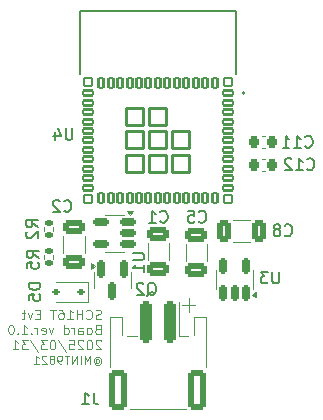
<source format=gbr>
%TF.GenerationSoftware,KiCad,Pcbnew,7.0.11*%
%TF.CreationDate,2025-03-31T22:51:49+09:00*%
%TF.ProjectId,sch16t_evt,73636831-3674-45f6-9576-742e6b696361,rev?*%
%TF.SameCoordinates,Original*%
%TF.FileFunction,Legend,Bot*%
%TF.FilePolarity,Positive*%
%FSLAX46Y46*%
G04 Gerber Fmt 4.6, Leading zero omitted, Abs format (unit mm)*
G04 Created by KiCad (PCBNEW 7.0.11) date 2025-03-31 22:51:49*
%MOMM*%
%LPD*%
G01*
G04 APERTURE LIST*
G04 Aperture macros list*
%AMRoundRect*
0 Rectangle with rounded corners*
0 $1 Rounding radius*
0 $2 $3 $4 $5 $6 $7 $8 $9 X,Y pos of 4 corners*
0 Add a 4 corners polygon primitive as box body*
4,1,4,$2,$3,$4,$5,$6,$7,$8,$9,$2,$3,0*
0 Add four circle primitives for the rounded corners*
1,1,$1+$1,$2,$3*
1,1,$1+$1,$4,$5*
1,1,$1+$1,$6,$7*
1,1,$1+$1,$8,$9*
0 Add four rect primitives between the rounded corners*
20,1,$1+$1,$2,$3,$4,$5,0*
20,1,$1+$1,$4,$5,$6,$7,0*
20,1,$1+$1,$6,$7,$8,$9,0*
20,1,$1+$1,$8,$9,$2,$3,0*%
G04 Aperture macros list end*
%ADD10C,0.100000*%
%ADD11C,0.150000*%
%ADD12C,0.120000*%
%ADD13C,0.127000*%
%ADD14C,0.200000*%
%ADD15C,0.010000*%
%ADD16C,2.200000*%
%ADD17R,1.700000X1.700000*%
%ADD18O,1.700000X1.700000*%
%ADD19C,0.650000*%
%ADD20RoundRect,0.250000X0.325000X0.650000X-0.325000X0.650000X-0.325000X-0.650000X0.325000X-0.650000X0*%
%ADD21RoundRect,0.250000X0.650000X-0.325000X0.650000X0.325000X-0.650000X0.325000X-0.650000X-0.325000X0*%
%ADD22RoundRect,0.150000X0.150000X-0.512500X0.150000X0.512500X-0.150000X0.512500X-0.150000X-0.512500X0*%
%ADD23RoundRect,0.225000X-0.225000X-0.250000X0.225000X-0.250000X0.225000X0.250000X-0.225000X0.250000X0*%
%ADD24RoundRect,0.150000X-0.150000X0.587500X-0.150000X-0.587500X0.150000X-0.587500X0.150000X0.587500X0*%
%ADD25RoundRect,0.250000X0.250000X1.500000X-0.250000X1.500000X-0.250000X-1.500000X0.250000X-1.500000X0*%
%ADD26RoundRect,0.250001X0.499999X1.449999X-0.499999X1.449999X-0.499999X-1.449999X0.499999X-1.449999X0*%
%ADD27RoundRect,0.135000X0.185000X-0.135000X0.185000X0.135000X-0.185000X0.135000X-0.185000X-0.135000X0*%
%ADD28RoundRect,0.150000X0.512500X0.150000X-0.512500X0.150000X-0.512500X-0.150000X0.512500X-0.150000X0*%
%ADD29RoundRect,0.135000X-0.185000X0.135000X-0.185000X-0.135000X0.185000X-0.135000X0.185000X0.135000X0*%
%ADD30RoundRect,0.102000X0.400000X0.200000X-0.400000X0.200000X-0.400000X-0.200000X0.400000X-0.200000X0*%
%ADD31RoundRect,0.102000X0.200000X0.400000X-0.200000X0.400000X-0.200000X-0.400000X0.200000X-0.400000X0*%
%ADD32RoundRect,0.102000X0.725000X0.725000X-0.725000X0.725000X-0.725000X-0.725000X0.725000X-0.725000X0*%
%ADD33RoundRect,0.102000X0.350000X0.350000X-0.350000X0.350000X-0.350000X-0.350000X0.350000X-0.350000X0*%
%ADD34RoundRect,0.112500X0.187500X0.112500X-0.187500X0.112500X-0.187500X-0.112500X0.187500X-0.112500X0*%
G04 APERTURE END LIST*
D10*
X153177068Y-105539800D02*
X152034211Y-105539800D01*
X152605639Y-106111228D02*
X152605639Y-104968371D01*
X144734211Y-110175800D02*
X144767544Y-110142466D01*
X144767544Y-110142466D02*
X144834211Y-110109133D01*
X144834211Y-110109133D02*
X144900877Y-110109133D01*
X144900877Y-110109133D02*
X144967544Y-110142466D01*
X144967544Y-110142466D02*
X145000877Y-110175800D01*
X145000877Y-110175800D02*
X145034211Y-110242466D01*
X145034211Y-110242466D02*
X145034211Y-110309133D01*
X145034211Y-110309133D02*
X145000877Y-110375800D01*
X145000877Y-110375800D02*
X144967544Y-110409133D01*
X144967544Y-110409133D02*
X144900877Y-110442466D01*
X144900877Y-110442466D02*
X144834211Y-110442466D01*
X144834211Y-110442466D02*
X144767544Y-110409133D01*
X144767544Y-110409133D02*
X144734211Y-110375800D01*
X144734211Y-110109133D02*
X144734211Y-110375800D01*
X144734211Y-110375800D02*
X144700877Y-110409133D01*
X144700877Y-110409133D02*
X144667544Y-110409133D01*
X144667544Y-110409133D02*
X144600877Y-110375800D01*
X144600877Y-110375800D02*
X144567544Y-110309133D01*
X144567544Y-110309133D02*
X144567544Y-110142466D01*
X144567544Y-110142466D02*
X144634211Y-110042466D01*
X144634211Y-110042466D02*
X144734211Y-109975800D01*
X144734211Y-109975800D02*
X144867544Y-109942466D01*
X144867544Y-109942466D02*
X145000877Y-109975800D01*
X145000877Y-109975800D02*
X145100877Y-110042466D01*
X145100877Y-110042466D02*
X145167544Y-110142466D01*
X145167544Y-110142466D02*
X145200877Y-110275800D01*
X145200877Y-110275800D02*
X145167544Y-110409133D01*
X145167544Y-110409133D02*
X145100877Y-110509133D01*
X145100877Y-110509133D02*
X145000877Y-110575800D01*
X145000877Y-110575800D02*
X144867544Y-110609133D01*
X144867544Y-110609133D02*
X144734211Y-110575800D01*
X144734211Y-110575800D02*
X144634211Y-110509133D01*
X144267544Y-110509133D02*
X144267544Y-109809133D01*
X144267544Y-109809133D02*
X144034211Y-110309133D01*
X144034211Y-110309133D02*
X143800877Y-109809133D01*
X143800877Y-109809133D02*
X143800877Y-110509133D01*
X143467544Y-110509133D02*
X143467544Y-109809133D01*
X143134211Y-110509133D02*
X143134211Y-109809133D01*
X143134211Y-109809133D02*
X142734211Y-110509133D01*
X142734211Y-110509133D02*
X142734211Y-109809133D01*
X142500878Y-109809133D02*
X142100878Y-109809133D01*
X142300878Y-110509133D02*
X142300878Y-109809133D01*
X141834212Y-110509133D02*
X141700878Y-110509133D01*
X141700878Y-110509133D02*
X141634212Y-110475800D01*
X141634212Y-110475800D02*
X141600878Y-110442466D01*
X141600878Y-110442466D02*
X141534212Y-110342466D01*
X141534212Y-110342466D02*
X141500878Y-110209133D01*
X141500878Y-110209133D02*
X141500878Y-109942466D01*
X141500878Y-109942466D02*
X141534212Y-109875800D01*
X141534212Y-109875800D02*
X141567545Y-109842466D01*
X141567545Y-109842466D02*
X141634212Y-109809133D01*
X141634212Y-109809133D02*
X141767545Y-109809133D01*
X141767545Y-109809133D02*
X141834212Y-109842466D01*
X141834212Y-109842466D02*
X141867545Y-109875800D01*
X141867545Y-109875800D02*
X141900878Y-109942466D01*
X141900878Y-109942466D02*
X141900878Y-110109133D01*
X141900878Y-110109133D02*
X141867545Y-110175800D01*
X141867545Y-110175800D02*
X141834212Y-110209133D01*
X141834212Y-110209133D02*
X141767545Y-110242466D01*
X141767545Y-110242466D02*
X141634212Y-110242466D01*
X141634212Y-110242466D02*
X141567545Y-110209133D01*
X141567545Y-110209133D02*
X141534212Y-110175800D01*
X141534212Y-110175800D02*
X141500878Y-110109133D01*
X141100878Y-110109133D02*
X141167545Y-110075800D01*
X141167545Y-110075800D02*
X141200878Y-110042466D01*
X141200878Y-110042466D02*
X141234211Y-109975800D01*
X141234211Y-109975800D02*
X141234211Y-109942466D01*
X141234211Y-109942466D02*
X141200878Y-109875800D01*
X141200878Y-109875800D02*
X141167545Y-109842466D01*
X141167545Y-109842466D02*
X141100878Y-109809133D01*
X141100878Y-109809133D02*
X140967545Y-109809133D01*
X140967545Y-109809133D02*
X140900878Y-109842466D01*
X140900878Y-109842466D02*
X140867545Y-109875800D01*
X140867545Y-109875800D02*
X140834211Y-109942466D01*
X140834211Y-109942466D02*
X140834211Y-109975800D01*
X140834211Y-109975800D02*
X140867545Y-110042466D01*
X140867545Y-110042466D02*
X140900878Y-110075800D01*
X140900878Y-110075800D02*
X140967545Y-110109133D01*
X140967545Y-110109133D02*
X141100878Y-110109133D01*
X141100878Y-110109133D02*
X141167545Y-110142466D01*
X141167545Y-110142466D02*
X141200878Y-110175800D01*
X141200878Y-110175800D02*
X141234211Y-110242466D01*
X141234211Y-110242466D02*
X141234211Y-110375800D01*
X141234211Y-110375800D02*
X141200878Y-110442466D01*
X141200878Y-110442466D02*
X141167545Y-110475800D01*
X141167545Y-110475800D02*
X141100878Y-110509133D01*
X141100878Y-110509133D02*
X140967545Y-110509133D01*
X140967545Y-110509133D02*
X140900878Y-110475800D01*
X140900878Y-110475800D02*
X140867545Y-110442466D01*
X140867545Y-110442466D02*
X140834211Y-110375800D01*
X140834211Y-110375800D02*
X140834211Y-110242466D01*
X140834211Y-110242466D02*
X140867545Y-110175800D01*
X140867545Y-110175800D02*
X140900878Y-110142466D01*
X140900878Y-110142466D02*
X140967545Y-110109133D01*
X140567544Y-109875800D02*
X140534211Y-109842466D01*
X140534211Y-109842466D02*
X140467544Y-109809133D01*
X140467544Y-109809133D02*
X140300878Y-109809133D01*
X140300878Y-109809133D02*
X140234211Y-109842466D01*
X140234211Y-109842466D02*
X140200878Y-109875800D01*
X140200878Y-109875800D02*
X140167544Y-109942466D01*
X140167544Y-109942466D02*
X140167544Y-110009133D01*
X140167544Y-110009133D02*
X140200878Y-110109133D01*
X140200878Y-110109133D02*
X140600878Y-110509133D01*
X140600878Y-110509133D02*
X140167544Y-110509133D01*
X139500877Y-110509133D02*
X139900877Y-110509133D01*
X139700877Y-110509133D02*
X139700877Y-109809133D01*
X139700877Y-109809133D02*
X139767544Y-109909133D01*
X139767544Y-109909133D02*
X139834211Y-109975800D01*
X139834211Y-109975800D02*
X139900877Y-110009133D01*
X145181830Y-106682800D02*
X145067544Y-106720895D01*
X145067544Y-106720895D02*
X144877068Y-106720895D01*
X144877068Y-106720895D02*
X144800877Y-106682800D01*
X144800877Y-106682800D02*
X144762782Y-106644704D01*
X144762782Y-106644704D02*
X144724687Y-106568514D01*
X144724687Y-106568514D02*
X144724687Y-106492323D01*
X144724687Y-106492323D02*
X144762782Y-106416133D01*
X144762782Y-106416133D02*
X144800877Y-106378038D01*
X144800877Y-106378038D02*
X144877068Y-106339942D01*
X144877068Y-106339942D02*
X145029449Y-106301847D01*
X145029449Y-106301847D02*
X145105639Y-106263752D01*
X145105639Y-106263752D02*
X145143734Y-106225657D01*
X145143734Y-106225657D02*
X145181830Y-106149466D01*
X145181830Y-106149466D02*
X145181830Y-106073276D01*
X145181830Y-106073276D02*
X145143734Y-105997085D01*
X145143734Y-105997085D02*
X145105639Y-105958990D01*
X145105639Y-105958990D02*
X145029449Y-105920895D01*
X145029449Y-105920895D02*
X144838972Y-105920895D01*
X144838972Y-105920895D02*
X144724687Y-105958990D01*
X143924686Y-106644704D02*
X143962782Y-106682800D01*
X143962782Y-106682800D02*
X144077067Y-106720895D01*
X144077067Y-106720895D02*
X144153258Y-106720895D01*
X144153258Y-106720895D02*
X144267544Y-106682800D01*
X144267544Y-106682800D02*
X144343734Y-106606609D01*
X144343734Y-106606609D02*
X144381829Y-106530419D01*
X144381829Y-106530419D02*
X144419925Y-106378038D01*
X144419925Y-106378038D02*
X144419925Y-106263752D01*
X144419925Y-106263752D02*
X144381829Y-106111371D01*
X144381829Y-106111371D02*
X144343734Y-106035180D01*
X144343734Y-106035180D02*
X144267544Y-105958990D01*
X144267544Y-105958990D02*
X144153258Y-105920895D01*
X144153258Y-105920895D02*
X144077067Y-105920895D01*
X144077067Y-105920895D02*
X143962782Y-105958990D01*
X143962782Y-105958990D02*
X143924686Y-105997085D01*
X143581829Y-106720895D02*
X143581829Y-105920895D01*
X143581829Y-106301847D02*
X143124686Y-106301847D01*
X143124686Y-106720895D02*
X143124686Y-105920895D01*
X142324687Y-106720895D02*
X142781830Y-106720895D01*
X142553258Y-106720895D02*
X142553258Y-105920895D01*
X142553258Y-105920895D02*
X142629449Y-106035180D01*
X142629449Y-106035180D02*
X142705639Y-106111371D01*
X142705639Y-106111371D02*
X142781830Y-106149466D01*
X141638972Y-105920895D02*
X141791353Y-105920895D01*
X141791353Y-105920895D02*
X141867544Y-105958990D01*
X141867544Y-105958990D02*
X141905639Y-105997085D01*
X141905639Y-105997085D02*
X141981829Y-106111371D01*
X141981829Y-106111371D02*
X142019925Y-106263752D01*
X142019925Y-106263752D02*
X142019925Y-106568514D01*
X142019925Y-106568514D02*
X141981829Y-106644704D01*
X141981829Y-106644704D02*
X141943734Y-106682800D01*
X141943734Y-106682800D02*
X141867544Y-106720895D01*
X141867544Y-106720895D02*
X141715163Y-106720895D01*
X141715163Y-106720895D02*
X141638972Y-106682800D01*
X141638972Y-106682800D02*
X141600877Y-106644704D01*
X141600877Y-106644704D02*
X141562782Y-106568514D01*
X141562782Y-106568514D02*
X141562782Y-106378038D01*
X141562782Y-106378038D02*
X141600877Y-106301847D01*
X141600877Y-106301847D02*
X141638972Y-106263752D01*
X141638972Y-106263752D02*
X141715163Y-106225657D01*
X141715163Y-106225657D02*
X141867544Y-106225657D01*
X141867544Y-106225657D02*
X141943734Y-106263752D01*
X141943734Y-106263752D02*
X141981829Y-106301847D01*
X141981829Y-106301847D02*
X142019925Y-106378038D01*
X141334210Y-105920895D02*
X140877067Y-105920895D01*
X141105639Y-106720895D02*
X141105639Y-105920895D01*
X140000876Y-106301847D02*
X139734210Y-106301847D01*
X139619924Y-106720895D02*
X140000876Y-106720895D01*
X140000876Y-106720895D02*
X140000876Y-105920895D01*
X140000876Y-105920895D02*
X139619924Y-105920895D01*
X139353257Y-106187561D02*
X139162781Y-106720895D01*
X139162781Y-106720895D02*
X138972304Y-106187561D01*
X138781828Y-106187561D02*
X138477066Y-106187561D01*
X138667542Y-105920895D02*
X138667542Y-106606609D01*
X138667542Y-106606609D02*
X138629447Y-106682800D01*
X138629447Y-106682800D02*
X138553257Y-106720895D01*
X138553257Y-106720895D02*
X138477066Y-106720895D01*
X144877068Y-107589847D02*
X144762782Y-107627942D01*
X144762782Y-107627942D02*
X144724687Y-107666038D01*
X144724687Y-107666038D02*
X144686591Y-107742228D01*
X144686591Y-107742228D02*
X144686591Y-107856514D01*
X144686591Y-107856514D02*
X144724687Y-107932704D01*
X144724687Y-107932704D02*
X144762782Y-107970800D01*
X144762782Y-107970800D02*
X144838972Y-108008895D01*
X144838972Y-108008895D02*
X145143734Y-108008895D01*
X145143734Y-108008895D02*
X145143734Y-107208895D01*
X145143734Y-107208895D02*
X144877068Y-107208895D01*
X144877068Y-107208895D02*
X144800877Y-107246990D01*
X144800877Y-107246990D02*
X144762782Y-107285085D01*
X144762782Y-107285085D02*
X144724687Y-107361276D01*
X144724687Y-107361276D02*
X144724687Y-107437466D01*
X144724687Y-107437466D02*
X144762782Y-107513657D01*
X144762782Y-107513657D02*
X144800877Y-107551752D01*
X144800877Y-107551752D02*
X144877068Y-107589847D01*
X144877068Y-107589847D02*
X145143734Y-107589847D01*
X144229449Y-108008895D02*
X144305639Y-107970800D01*
X144305639Y-107970800D02*
X144343734Y-107932704D01*
X144343734Y-107932704D02*
X144381830Y-107856514D01*
X144381830Y-107856514D02*
X144381830Y-107627942D01*
X144381830Y-107627942D02*
X144343734Y-107551752D01*
X144343734Y-107551752D02*
X144305639Y-107513657D01*
X144305639Y-107513657D02*
X144229449Y-107475561D01*
X144229449Y-107475561D02*
X144115163Y-107475561D01*
X144115163Y-107475561D02*
X144038972Y-107513657D01*
X144038972Y-107513657D02*
X144000877Y-107551752D01*
X144000877Y-107551752D02*
X143962782Y-107627942D01*
X143962782Y-107627942D02*
X143962782Y-107856514D01*
X143962782Y-107856514D02*
X144000877Y-107932704D01*
X144000877Y-107932704D02*
X144038972Y-107970800D01*
X144038972Y-107970800D02*
X144115163Y-108008895D01*
X144115163Y-108008895D02*
X144229449Y-108008895D01*
X143277067Y-108008895D02*
X143277067Y-107589847D01*
X143277067Y-107589847D02*
X143315162Y-107513657D01*
X143315162Y-107513657D02*
X143391353Y-107475561D01*
X143391353Y-107475561D02*
X143543734Y-107475561D01*
X143543734Y-107475561D02*
X143619924Y-107513657D01*
X143277067Y-107970800D02*
X143353258Y-108008895D01*
X143353258Y-108008895D02*
X143543734Y-108008895D01*
X143543734Y-108008895D02*
X143619924Y-107970800D01*
X143619924Y-107970800D02*
X143658020Y-107894609D01*
X143658020Y-107894609D02*
X143658020Y-107818419D01*
X143658020Y-107818419D02*
X143619924Y-107742228D01*
X143619924Y-107742228D02*
X143543734Y-107704133D01*
X143543734Y-107704133D02*
X143353258Y-107704133D01*
X143353258Y-107704133D02*
X143277067Y-107666038D01*
X142896114Y-108008895D02*
X142896114Y-107475561D01*
X142896114Y-107627942D02*
X142858019Y-107551752D01*
X142858019Y-107551752D02*
X142819924Y-107513657D01*
X142819924Y-107513657D02*
X142743733Y-107475561D01*
X142743733Y-107475561D02*
X142667543Y-107475561D01*
X142058019Y-108008895D02*
X142058019Y-107208895D01*
X142058019Y-107970800D02*
X142134210Y-108008895D01*
X142134210Y-108008895D02*
X142286591Y-108008895D01*
X142286591Y-108008895D02*
X142362781Y-107970800D01*
X142362781Y-107970800D02*
X142400876Y-107932704D01*
X142400876Y-107932704D02*
X142438972Y-107856514D01*
X142438972Y-107856514D02*
X142438972Y-107627942D01*
X142438972Y-107627942D02*
X142400876Y-107551752D01*
X142400876Y-107551752D02*
X142362781Y-107513657D01*
X142362781Y-107513657D02*
X142286591Y-107475561D01*
X142286591Y-107475561D02*
X142134210Y-107475561D01*
X142134210Y-107475561D02*
X142058019Y-107513657D01*
X141143733Y-107475561D02*
X140953257Y-108008895D01*
X140953257Y-108008895D02*
X140762780Y-107475561D01*
X140153256Y-107970800D02*
X140229447Y-108008895D01*
X140229447Y-108008895D02*
X140381828Y-108008895D01*
X140381828Y-108008895D02*
X140458018Y-107970800D01*
X140458018Y-107970800D02*
X140496114Y-107894609D01*
X140496114Y-107894609D02*
X140496114Y-107589847D01*
X140496114Y-107589847D02*
X140458018Y-107513657D01*
X140458018Y-107513657D02*
X140381828Y-107475561D01*
X140381828Y-107475561D02*
X140229447Y-107475561D01*
X140229447Y-107475561D02*
X140153256Y-107513657D01*
X140153256Y-107513657D02*
X140115161Y-107589847D01*
X140115161Y-107589847D02*
X140115161Y-107666038D01*
X140115161Y-107666038D02*
X140496114Y-107742228D01*
X139772304Y-108008895D02*
X139772304Y-107475561D01*
X139772304Y-107627942D02*
X139734209Y-107551752D01*
X139734209Y-107551752D02*
X139696114Y-107513657D01*
X139696114Y-107513657D02*
X139619923Y-107475561D01*
X139619923Y-107475561D02*
X139543733Y-107475561D01*
X139277066Y-107932704D02*
X139238971Y-107970800D01*
X139238971Y-107970800D02*
X139277066Y-108008895D01*
X139277066Y-108008895D02*
X139315162Y-107970800D01*
X139315162Y-107970800D02*
X139277066Y-107932704D01*
X139277066Y-107932704D02*
X139277066Y-108008895D01*
X138477067Y-108008895D02*
X138934210Y-108008895D01*
X138705638Y-108008895D02*
X138705638Y-107208895D01*
X138705638Y-107208895D02*
X138781829Y-107323180D01*
X138781829Y-107323180D02*
X138858019Y-107399371D01*
X138858019Y-107399371D02*
X138934210Y-107437466D01*
X138134209Y-107932704D02*
X138096114Y-107970800D01*
X138096114Y-107970800D02*
X138134209Y-108008895D01*
X138134209Y-108008895D02*
X138172305Y-107970800D01*
X138172305Y-107970800D02*
X138134209Y-107932704D01*
X138134209Y-107932704D02*
X138134209Y-108008895D01*
X137600876Y-107208895D02*
X137524686Y-107208895D01*
X137524686Y-107208895D02*
X137448495Y-107246990D01*
X137448495Y-107246990D02*
X137410400Y-107285085D01*
X137410400Y-107285085D02*
X137372305Y-107361276D01*
X137372305Y-107361276D02*
X137334210Y-107513657D01*
X137334210Y-107513657D02*
X137334210Y-107704133D01*
X137334210Y-107704133D02*
X137372305Y-107856514D01*
X137372305Y-107856514D02*
X137410400Y-107932704D01*
X137410400Y-107932704D02*
X137448495Y-107970800D01*
X137448495Y-107970800D02*
X137524686Y-108008895D01*
X137524686Y-108008895D02*
X137600876Y-108008895D01*
X137600876Y-108008895D02*
X137677067Y-107970800D01*
X137677067Y-107970800D02*
X137715162Y-107932704D01*
X137715162Y-107932704D02*
X137753257Y-107856514D01*
X137753257Y-107856514D02*
X137791353Y-107704133D01*
X137791353Y-107704133D02*
X137791353Y-107513657D01*
X137791353Y-107513657D02*
X137753257Y-107361276D01*
X137753257Y-107361276D02*
X137715162Y-107285085D01*
X137715162Y-107285085D02*
X137677067Y-107246990D01*
X137677067Y-107246990D02*
X137600876Y-107208895D01*
X145181830Y-108573085D02*
X145143734Y-108534990D01*
X145143734Y-108534990D02*
X145067544Y-108496895D01*
X145067544Y-108496895D02*
X144877068Y-108496895D01*
X144877068Y-108496895D02*
X144800877Y-108534990D01*
X144800877Y-108534990D02*
X144762782Y-108573085D01*
X144762782Y-108573085D02*
X144724687Y-108649276D01*
X144724687Y-108649276D02*
X144724687Y-108725466D01*
X144724687Y-108725466D02*
X144762782Y-108839752D01*
X144762782Y-108839752D02*
X145219925Y-109296895D01*
X145219925Y-109296895D02*
X144724687Y-109296895D01*
X144229448Y-108496895D02*
X144153258Y-108496895D01*
X144153258Y-108496895D02*
X144077067Y-108534990D01*
X144077067Y-108534990D02*
X144038972Y-108573085D01*
X144038972Y-108573085D02*
X144000877Y-108649276D01*
X144000877Y-108649276D02*
X143962782Y-108801657D01*
X143962782Y-108801657D02*
X143962782Y-108992133D01*
X143962782Y-108992133D02*
X144000877Y-109144514D01*
X144000877Y-109144514D02*
X144038972Y-109220704D01*
X144038972Y-109220704D02*
X144077067Y-109258800D01*
X144077067Y-109258800D02*
X144153258Y-109296895D01*
X144153258Y-109296895D02*
X144229448Y-109296895D01*
X144229448Y-109296895D02*
X144305639Y-109258800D01*
X144305639Y-109258800D02*
X144343734Y-109220704D01*
X144343734Y-109220704D02*
X144381829Y-109144514D01*
X144381829Y-109144514D02*
X144419925Y-108992133D01*
X144419925Y-108992133D02*
X144419925Y-108801657D01*
X144419925Y-108801657D02*
X144381829Y-108649276D01*
X144381829Y-108649276D02*
X144343734Y-108573085D01*
X144343734Y-108573085D02*
X144305639Y-108534990D01*
X144305639Y-108534990D02*
X144229448Y-108496895D01*
X143658020Y-108573085D02*
X143619924Y-108534990D01*
X143619924Y-108534990D02*
X143543734Y-108496895D01*
X143543734Y-108496895D02*
X143353258Y-108496895D01*
X143353258Y-108496895D02*
X143277067Y-108534990D01*
X143277067Y-108534990D02*
X143238972Y-108573085D01*
X143238972Y-108573085D02*
X143200877Y-108649276D01*
X143200877Y-108649276D02*
X143200877Y-108725466D01*
X143200877Y-108725466D02*
X143238972Y-108839752D01*
X143238972Y-108839752D02*
X143696115Y-109296895D01*
X143696115Y-109296895D02*
X143200877Y-109296895D01*
X142477067Y-108496895D02*
X142858019Y-108496895D01*
X142858019Y-108496895D02*
X142896115Y-108877847D01*
X142896115Y-108877847D02*
X142858019Y-108839752D01*
X142858019Y-108839752D02*
X142781829Y-108801657D01*
X142781829Y-108801657D02*
X142591353Y-108801657D01*
X142591353Y-108801657D02*
X142515162Y-108839752D01*
X142515162Y-108839752D02*
X142477067Y-108877847D01*
X142477067Y-108877847D02*
X142438972Y-108954038D01*
X142438972Y-108954038D02*
X142438972Y-109144514D01*
X142438972Y-109144514D02*
X142477067Y-109220704D01*
X142477067Y-109220704D02*
X142515162Y-109258800D01*
X142515162Y-109258800D02*
X142591353Y-109296895D01*
X142591353Y-109296895D02*
X142781829Y-109296895D01*
X142781829Y-109296895D02*
X142858019Y-109258800D01*
X142858019Y-109258800D02*
X142896115Y-109220704D01*
X141524686Y-108458800D02*
X142210400Y-109487371D01*
X141105638Y-108496895D02*
X141029448Y-108496895D01*
X141029448Y-108496895D02*
X140953257Y-108534990D01*
X140953257Y-108534990D02*
X140915162Y-108573085D01*
X140915162Y-108573085D02*
X140877067Y-108649276D01*
X140877067Y-108649276D02*
X140838972Y-108801657D01*
X140838972Y-108801657D02*
X140838972Y-108992133D01*
X140838972Y-108992133D02*
X140877067Y-109144514D01*
X140877067Y-109144514D02*
X140915162Y-109220704D01*
X140915162Y-109220704D02*
X140953257Y-109258800D01*
X140953257Y-109258800D02*
X141029448Y-109296895D01*
X141029448Y-109296895D02*
X141105638Y-109296895D01*
X141105638Y-109296895D02*
X141181829Y-109258800D01*
X141181829Y-109258800D02*
X141219924Y-109220704D01*
X141219924Y-109220704D02*
X141258019Y-109144514D01*
X141258019Y-109144514D02*
X141296115Y-108992133D01*
X141296115Y-108992133D02*
X141296115Y-108801657D01*
X141296115Y-108801657D02*
X141258019Y-108649276D01*
X141258019Y-108649276D02*
X141219924Y-108573085D01*
X141219924Y-108573085D02*
X141181829Y-108534990D01*
X141181829Y-108534990D02*
X141105638Y-108496895D01*
X140572305Y-108496895D02*
X140077067Y-108496895D01*
X140077067Y-108496895D02*
X140343733Y-108801657D01*
X140343733Y-108801657D02*
X140229448Y-108801657D01*
X140229448Y-108801657D02*
X140153257Y-108839752D01*
X140153257Y-108839752D02*
X140115162Y-108877847D01*
X140115162Y-108877847D02*
X140077067Y-108954038D01*
X140077067Y-108954038D02*
X140077067Y-109144514D01*
X140077067Y-109144514D02*
X140115162Y-109220704D01*
X140115162Y-109220704D02*
X140153257Y-109258800D01*
X140153257Y-109258800D02*
X140229448Y-109296895D01*
X140229448Y-109296895D02*
X140458019Y-109296895D01*
X140458019Y-109296895D02*
X140534210Y-109258800D01*
X140534210Y-109258800D02*
X140572305Y-109220704D01*
X139162781Y-108458800D02*
X139848495Y-109487371D01*
X138972305Y-108496895D02*
X138477067Y-108496895D01*
X138477067Y-108496895D02*
X138743733Y-108801657D01*
X138743733Y-108801657D02*
X138629448Y-108801657D01*
X138629448Y-108801657D02*
X138553257Y-108839752D01*
X138553257Y-108839752D02*
X138515162Y-108877847D01*
X138515162Y-108877847D02*
X138477067Y-108954038D01*
X138477067Y-108954038D02*
X138477067Y-109144514D01*
X138477067Y-109144514D02*
X138515162Y-109220704D01*
X138515162Y-109220704D02*
X138553257Y-109258800D01*
X138553257Y-109258800D02*
X138629448Y-109296895D01*
X138629448Y-109296895D02*
X138858019Y-109296895D01*
X138858019Y-109296895D02*
X138934210Y-109258800D01*
X138934210Y-109258800D02*
X138972305Y-109220704D01*
X137715162Y-109296895D02*
X138172305Y-109296895D01*
X137943733Y-109296895D02*
X137943733Y-108496895D01*
X137943733Y-108496895D02*
X138019924Y-108611180D01*
X138019924Y-108611180D02*
X138096114Y-108687371D01*
X138096114Y-108687371D02*
X138172305Y-108725466D01*
D11*
X160741666Y-99609580D02*
X160789285Y-99657200D01*
X160789285Y-99657200D02*
X160932142Y-99704819D01*
X160932142Y-99704819D02*
X161027380Y-99704819D01*
X161027380Y-99704819D02*
X161170237Y-99657200D01*
X161170237Y-99657200D02*
X161265475Y-99561961D01*
X161265475Y-99561961D02*
X161313094Y-99466723D01*
X161313094Y-99466723D02*
X161360713Y-99276247D01*
X161360713Y-99276247D02*
X161360713Y-99133390D01*
X161360713Y-99133390D02*
X161313094Y-98942914D01*
X161313094Y-98942914D02*
X161265475Y-98847676D01*
X161265475Y-98847676D02*
X161170237Y-98752438D01*
X161170237Y-98752438D02*
X161027380Y-98704819D01*
X161027380Y-98704819D02*
X160932142Y-98704819D01*
X160932142Y-98704819D02*
X160789285Y-98752438D01*
X160789285Y-98752438D02*
X160741666Y-98800057D01*
X160170237Y-99133390D02*
X160265475Y-99085771D01*
X160265475Y-99085771D02*
X160313094Y-99038152D01*
X160313094Y-99038152D02*
X160360713Y-98942914D01*
X160360713Y-98942914D02*
X160360713Y-98895295D01*
X160360713Y-98895295D02*
X160313094Y-98800057D01*
X160313094Y-98800057D02*
X160265475Y-98752438D01*
X160265475Y-98752438D02*
X160170237Y-98704819D01*
X160170237Y-98704819D02*
X159979761Y-98704819D01*
X159979761Y-98704819D02*
X159884523Y-98752438D01*
X159884523Y-98752438D02*
X159836904Y-98800057D01*
X159836904Y-98800057D02*
X159789285Y-98895295D01*
X159789285Y-98895295D02*
X159789285Y-98942914D01*
X159789285Y-98942914D02*
X159836904Y-99038152D01*
X159836904Y-99038152D02*
X159884523Y-99085771D01*
X159884523Y-99085771D02*
X159979761Y-99133390D01*
X159979761Y-99133390D02*
X160170237Y-99133390D01*
X160170237Y-99133390D02*
X160265475Y-99181009D01*
X160265475Y-99181009D02*
X160313094Y-99228628D01*
X160313094Y-99228628D02*
X160360713Y-99323866D01*
X160360713Y-99323866D02*
X160360713Y-99514342D01*
X160360713Y-99514342D02*
X160313094Y-99609580D01*
X160313094Y-99609580D02*
X160265475Y-99657200D01*
X160265475Y-99657200D02*
X160170237Y-99704819D01*
X160170237Y-99704819D02*
X159979761Y-99704819D01*
X159979761Y-99704819D02*
X159884523Y-99657200D01*
X159884523Y-99657200D02*
X159836904Y-99609580D01*
X159836904Y-99609580D02*
X159789285Y-99514342D01*
X159789285Y-99514342D02*
X159789285Y-99323866D01*
X159789285Y-99323866D02*
X159836904Y-99228628D01*
X159836904Y-99228628D02*
X159884523Y-99181009D01*
X159884523Y-99181009D02*
X159979761Y-99133390D01*
X153466666Y-98459580D02*
X153514285Y-98507200D01*
X153514285Y-98507200D02*
X153657142Y-98554819D01*
X153657142Y-98554819D02*
X153752380Y-98554819D01*
X153752380Y-98554819D02*
X153895237Y-98507200D01*
X153895237Y-98507200D02*
X153990475Y-98411961D01*
X153990475Y-98411961D02*
X154038094Y-98316723D01*
X154038094Y-98316723D02*
X154085713Y-98126247D01*
X154085713Y-98126247D02*
X154085713Y-97983390D01*
X154085713Y-97983390D02*
X154038094Y-97792914D01*
X154038094Y-97792914D02*
X153990475Y-97697676D01*
X153990475Y-97697676D02*
X153895237Y-97602438D01*
X153895237Y-97602438D02*
X153752380Y-97554819D01*
X153752380Y-97554819D02*
X153657142Y-97554819D01*
X153657142Y-97554819D02*
X153514285Y-97602438D01*
X153514285Y-97602438D02*
X153466666Y-97650057D01*
X152561904Y-97554819D02*
X153038094Y-97554819D01*
X153038094Y-97554819D02*
X153085713Y-98031009D01*
X153085713Y-98031009D02*
X153038094Y-97983390D01*
X153038094Y-97983390D02*
X152942856Y-97935771D01*
X152942856Y-97935771D02*
X152704761Y-97935771D01*
X152704761Y-97935771D02*
X152609523Y-97983390D01*
X152609523Y-97983390D02*
X152561904Y-98031009D01*
X152561904Y-98031009D02*
X152514285Y-98126247D01*
X152514285Y-98126247D02*
X152514285Y-98364342D01*
X152514285Y-98364342D02*
X152561904Y-98459580D01*
X152561904Y-98459580D02*
X152609523Y-98507200D01*
X152609523Y-98507200D02*
X152704761Y-98554819D01*
X152704761Y-98554819D02*
X152942856Y-98554819D01*
X152942856Y-98554819D02*
X153038094Y-98507200D01*
X153038094Y-98507200D02*
X153085713Y-98459580D01*
X160261904Y-102704819D02*
X160261904Y-103514342D01*
X160261904Y-103514342D02*
X160214285Y-103609580D01*
X160214285Y-103609580D02*
X160166666Y-103657200D01*
X160166666Y-103657200D02*
X160071428Y-103704819D01*
X160071428Y-103704819D02*
X159880952Y-103704819D01*
X159880952Y-103704819D02*
X159785714Y-103657200D01*
X159785714Y-103657200D02*
X159738095Y-103609580D01*
X159738095Y-103609580D02*
X159690476Y-103514342D01*
X159690476Y-103514342D02*
X159690476Y-102704819D01*
X159309523Y-102704819D02*
X158690476Y-102704819D01*
X158690476Y-102704819D02*
X159023809Y-103085771D01*
X159023809Y-103085771D02*
X158880952Y-103085771D01*
X158880952Y-103085771D02*
X158785714Y-103133390D01*
X158785714Y-103133390D02*
X158738095Y-103181009D01*
X158738095Y-103181009D02*
X158690476Y-103276247D01*
X158690476Y-103276247D02*
X158690476Y-103514342D01*
X158690476Y-103514342D02*
X158738095Y-103609580D01*
X158738095Y-103609580D02*
X158785714Y-103657200D01*
X158785714Y-103657200D02*
X158880952Y-103704819D01*
X158880952Y-103704819D02*
X159166666Y-103704819D01*
X159166666Y-103704819D02*
X159261904Y-103657200D01*
X159261904Y-103657200D02*
X159309523Y-103609580D01*
X162472857Y-92109580D02*
X162520476Y-92157200D01*
X162520476Y-92157200D02*
X162663333Y-92204819D01*
X162663333Y-92204819D02*
X162758571Y-92204819D01*
X162758571Y-92204819D02*
X162901428Y-92157200D01*
X162901428Y-92157200D02*
X162996666Y-92061961D01*
X162996666Y-92061961D02*
X163044285Y-91966723D01*
X163044285Y-91966723D02*
X163091904Y-91776247D01*
X163091904Y-91776247D02*
X163091904Y-91633390D01*
X163091904Y-91633390D02*
X163044285Y-91442914D01*
X163044285Y-91442914D02*
X162996666Y-91347676D01*
X162996666Y-91347676D02*
X162901428Y-91252438D01*
X162901428Y-91252438D02*
X162758571Y-91204819D01*
X162758571Y-91204819D02*
X162663333Y-91204819D01*
X162663333Y-91204819D02*
X162520476Y-91252438D01*
X162520476Y-91252438D02*
X162472857Y-91300057D01*
X161520476Y-92204819D02*
X162091904Y-92204819D01*
X161806190Y-92204819D02*
X161806190Y-91204819D01*
X161806190Y-91204819D02*
X161901428Y-91347676D01*
X161901428Y-91347676D02*
X161996666Y-91442914D01*
X161996666Y-91442914D02*
X162091904Y-91490533D01*
X160568095Y-92204819D02*
X161139523Y-92204819D01*
X160853809Y-92204819D02*
X160853809Y-91204819D01*
X160853809Y-91204819D02*
X160949047Y-91347676D01*
X160949047Y-91347676D02*
X161044285Y-91442914D01*
X161044285Y-91442914D02*
X161139523Y-91490533D01*
X149095238Y-104750057D02*
X149190476Y-104702438D01*
X149190476Y-104702438D02*
X149285714Y-104607200D01*
X149285714Y-104607200D02*
X149428571Y-104464342D01*
X149428571Y-104464342D02*
X149523809Y-104416723D01*
X149523809Y-104416723D02*
X149619047Y-104416723D01*
X149571428Y-104654819D02*
X149666666Y-104607200D01*
X149666666Y-104607200D02*
X149761904Y-104511961D01*
X149761904Y-104511961D02*
X149809523Y-104321485D01*
X149809523Y-104321485D02*
X149809523Y-103988152D01*
X149809523Y-103988152D02*
X149761904Y-103797676D01*
X149761904Y-103797676D02*
X149666666Y-103702438D01*
X149666666Y-103702438D02*
X149571428Y-103654819D01*
X149571428Y-103654819D02*
X149380952Y-103654819D01*
X149380952Y-103654819D02*
X149285714Y-103702438D01*
X149285714Y-103702438D02*
X149190476Y-103797676D01*
X149190476Y-103797676D02*
X149142857Y-103988152D01*
X149142857Y-103988152D02*
X149142857Y-104321485D01*
X149142857Y-104321485D02*
X149190476Y-104511961D01*
X149190476Y-104511961D02*
X149285714Y-104607200D01*
X149285714Y-104607200D02*
X149380952Y-104654819D01*
X149380952Y-104654819D02*
X149571428Y-104654819D01*
X148761904Y-103750057D02*
X148714285Y-103702438D01*
X148714285Y-103702438D02*
X148619047Y-103654819D01*
X148619047Y-103654819D02*
X148380952Y-103654819D01*
X148380952Y-103654819D02*
X148285714Y-103702438D01*
X148285714Y-103702438D02*
X148238095Y-103750057D01*
X148238095Y-103750057D02*
X148190476Y-103845295D01*
X148190476Y-103845295D02*
X148190476Y-103940533D01*
X148190476Y-103940533D02*
X148238095Y-104083390D01*
X148238095Y-104083390D02*
X148809523Y-104654819D01*
X148809523Y-104654819D02*
X148190476Y-104654819D01*
X144583333Y-112954819D02*
X144583333Y-113669104D01*
X144583333Y-113669104D02*
X144630952Y-113811961D01*
X144630952Y-113811961D02*
X144726190Y-113907200D01*
X144726190Y-113907200D02*
X144869047Y-113954819D01*
X144869047Y-113954819D02*
X144964285Y-113954819D01*
X143583333Y-113954819D02*
X144154761Y-113954819D01*
X143869047Y-113954819D02*
X143869047Y-112954819D01*
X143869047Y-112954819D02*
X143964285Y-113097676D01*
X143964285Y-113097676D02*
X144059523Y-113192914D01*
X144059523Y-113192914D02*
X144154761Y-113240533D01*
X142066666Y-97559580D02*
X142114285Y-97607200D01*
X142114285Y-97607200D02*
X142257142Y-97654819D01*
X142257142Y-97654819D02*
X142352380Y-97654819D01*
X142352380Y-97654819D02*
X142495237Y-97607200D01*
X142495237Y-97607200D02*
X142590475Y-97511961D01*
X142590475Y-97511961D02*
X142638094Y-97416723D01*
X142638094Y-97416723D02*
X142685713Y-97226247D01*
X142685713Y-97226247D02*
X142685713Y-97083390D01*
X142685713Y-97083390D02*
X142638094Y-96892914D01*
X142638094Y-96892914D02*
X142590475Y-96797676D01*
X142590475Y-96797676D02*
X142495237Y-96702438D01*
X142495237Y-96702438D02*
X142352380Y-96654819D01*
X142352380Y-96654819D02*
X142257142Y-96654819D01*
X142257142Y-96654819D02*
X142114285Y-96702438D01*
X142114285Y-96702438D02*
X142066666Y-96750057D01*
X141685713Y-96750057D02*
X141638094Y-96702438D01*
X141638094Y-96702438D02*
X141542856Y-96654819D01*
X141542856Y-96654819D02*
X141304761Y-96654819D01*
X141304761Y-96654819D02*
X141209523Y-96702438D01*
X141209523Y-96702438D02*
X141161904Y-96750057D01*
X141161904Y-96750057D02*
X141114285Y-96845295D01*
X141114285Y-96845295D02*
X141114285Y-96940533D01*
X141114285Y-96940533D02*
X141161904Y-97083390D01*
X141161904Y-97083390D02*
X141733332Y-97654819D01*
X141733332Y-97654819D02*
X141114285Y-97654819D01*
X139904819Y-101533333D02*
X139428628Y-101200000D01*
X139904819Y-100961905D02*
X138904819Y-100961905D01*
X138904819Y-100961905D02*
X138904819Y-101342857D01*
X138904819Y-101342857D02*
X138952438Y-101438095D01*
X138952438Y-101438095D02*
X139000057Y-101485714D01*
X139000057Y-101485714D02*
X139095295Y-101533333D01*
X139095295Y-101533333D02*
X139238152Y-101533333D01*
X139238152Y-101533333D02*
X139333390Y-101485714D01*
X139333390Y-101485714D02*
X139381009Y-101438095D01*
X139381009Y-101438095D02*
X139428628Y-101342857D01*
X139428628Y-101342857D02*
X139428628Y-100961905D01*
X138904819Y-102438095D02*
X138904819Y-101961905D01*
X138904819Y-101961905D02*
X139381009Y-101914286D01*
X139381009Y-101914286D02*
X139333390Y-101961905D01*
X139333390Y-101961905D02*
X139285771Y-102057143D01*
X139285771Y-102057143D02*
X139285771Y-102295238D01*
X139285771Y-102295238D02*
X139333390Y-102390476D01*
X139333390Y-102390476D02*
X139381009Y-102438095D01*
X139381009Y-102438095D02*
X139476247Y-102485714D01*
X139476247Y-102485714D02*
X139714342Y-102485714D01*
X139714342Y-102485714D02*
X139809580Y-102438095D01*
X139809580Y-102438095D02*
X139857200Y-102390476D01*
X139857200Y-102390476D02*
X139904819Y-102295238D01*
X139904819Y-102295238D02*
X139904819Y-102057143D01*
X139904819Y-102057143D02*
X139857200Y-101961905D01*
X139857200Y-101961905D02*
X139809580Y-101914286D01*
X147854819Y-101138095D02*
X148664342Y-101138095D01*
X148664342Y-101138095D02*
X148759580Y-101185714D01*
X148759580Y-101185714D02*
X148807200Y-101233333D01*
X148807200Y-101233333D02*
X148854819Y-101328571D01*
X148854819Y-101328571D02*
X148854819Y-101519047D01*
X148854819Y-101519047D02*
X148807200Y-101614285D01*
X148807200Y-101614285D02*
X148759580Y-101661904D01*
X148759580Y-101661904D02*
X148664342Y-101709523D01*
X148664342Y-101709523D02*
X147854819Y-101709523D01*
X148854819Y-102709523D02*
X148854819Y-102138095D01*
X148854819Y-102423809D02*
X147854819Y-102423809D01*
X147854819Y-102423809D02*
X147997676Y-102328571D01*
X147997676Y-102328571D02*
X148092914Y-102233333D01*
X148092914Y-102233333D02*
X148140533Y-102138095D01*
X139854819Y-98933333D02*
X139378628Y-98600000D01*
X139854819Y-98361905D02*
X138854819Y-98361905D01*
X138854819Y-98361905D02*
X138854819Y-98742857D01*
X138854819Y-98742857D02*
X138902438Y-98838095D01*
X138902438Y-98838095D02*
X138950057Y-98885714D01*
X138950057Y-98885714D02*
X139045295Y-98933333D01*
X139045295Y-98933333D02*
X139188152Y-98933333D01*
X139188152Y-98933333D02*
X139283390Y-98885714D01*
X139283390Y-98885714D02*
X139331009Y-98838095D01*
X139331009Y-98838095D02*
X139378628Y-98742857D01*
X139378628Y-98742857D02*
X139378628Y-98361905D01*
X138950057Y-99314286D02*
X138902438Y-99361905D01*
X138902438Y-99361905D02*
X138854819Y-99457143D01*
X138854819Y-99457143D02*
X138854819Y-99695238D01*
X138854819Y-99695238D02*
X138902438Y-99790476D01*
X138902438Y-99790476D02*
X138950057Y-99838095D01*
X138950057Y-99838095D02*
X139045295Y-99885714D01*
X139045295Y-99885714D02*
X139140533Y-99885714D01*
X139140533Y-99885714D02*
X139283390Y-99838095D01*
X139283390Y-99838095D02*
X139854819Y-99266667D01*
X139854819Y-99266667D02*
X139854819Y-99885714D01*
X142761904Y-90554819D02*
X142761904Y-91364342D01*
X142761904Y-91364342D02*
X142714285Y-91459580D01*
X142714285Y-91459580D02*
X142666666Y-91507200D01*
X142666666Y-91507200D02*
X142571428Y-91554819D01*
X142571428Y-91554819D02*
X142380952Y-91554819D01*
X142380952Y-91554819D02*
X142285714Y-91507200D01*
X142285714Y-91507200D02*
X142238095Y-91459580D01*
X142238095Y-91459580D02*
X142190476Y-91364342D01*
X142190476Y-91364342D02*
X142190476Y-90554819D01*
X141285714Y-90888152D02*
X141285714Y-91554819D01*
X141523809Y-90507200D02*
X141761904Y-91221485D01*
X141761904Y-91221485D02*
X141142857Y-91221485D01*
X150204166Y-98459580D02*
X150251785Y-98507200D01*
X150251785Y-98507200D02*
X150394642Y-98554819D01*
X150394642Y-98554819D02*
X150489880Y-98554819D01*
X150489880Y-98554819D02*
X150632737Y-98507200D01*
X150632737Y-98507200D02*
X150727975Y-98411961D01*
X150727975Y-98411961D02*
X150775594Y-98316723D01*
X150775594Y-98316723D02*
X150823213Y-98126247D01*
X150823213Y-98126247D02*
X150823213Y-97983390D01*
X150823213Y-97983390D02*
X150775594Y-97792914D01*
X150775594Y-97792914D02*
X150727975Y-97697676D01*
X150727975Y-97697676D02*
X150632737Y-97602438D01*
X150632737Y-97602438D02*
X150489880Y-97554819D01*
X150489880Y-97554819D02*
X150394642Y-97554819D01*
X150394642Y-97554819D02*
X150251785Y-97602438D01*
X150251785Y-97602438D02*
X150204166Y-97650057D01*
X149251785Y-98554819D02*
X149823213Y-98554819D01*
X149537499Y-98554819D02*
X149537499Y-97554819D01*
X149537499Y-97554819D02*
X149632737Y-97697676D01*
X149632737Y-97697676D02*
X149727975Y-97792914D01*
X149727975Y-97792914D02*
X149823213Y-97840533D01*
X140054819Y-103661905D02*
X139054819Y-103661905D01*
X139054819Y-103661905D02*
X139054819Y-103900000D01*
X139054819Y-103900000D02*
X139102438Y-104042857D01*
X139102438Y-104042857D02*
X139197676Y-104138095D01*
X139197676Y-104138095D02*
X139292914Y-104185714D01*
X139292914Y-104185714D02*
X139483390Y-104233333D01*
X139483390Y-104233333D02*
X139626247Y-104233333D01*
X139626247Y-104233333D02*
X139816723Y-104185714D01*
X139816723Y-104185714D02*
X139911961Y-104138095D01*
X139911961Y-104138095D02*
X140007200Y-104042857D01*
X140007200Y-104042857D02*
X140054819Y-103900000D01*
X140054819Y-103900000D02*
X140054819Y-103661905D01*
X139054819Y-105138095D02*
X139054819Y-104661905D01*
X139054819Y-104661905D02*
X139531009Y-104614286D01*
X139531009Y-104614286D02*
X139483390Y-104661905D01*
X139483390Y-104661905D02*
X139435771Y-104757143D01*
X139435771Y-104757143D02*
X139435771Y-104995238D01*
X139435771Y-104995238D02*
X139483390Y-105090476D01*
X139483390Y-105090476D02*
X139531009Y-105138095D01*
X139531009Y-105138095D02*
X139626247Y-105185714D01*
X139626247Y-105185714D02*
X139864342Y-105185714D01*
X139864342Y-105185714D02*
X139959580Y-105138095D01*
X139959580Y-105138095D02*
X140007200Y-105090476D01*
X140007200Y-105090476D02*
X140054819Y-104995238D01*
X140054819Y-104995238D02*
X140054819Y-104757143D01*
X140054819Y-104757143D02*
X140007200Y-104661905D01*
X140007200Y-104661905D02*
X139959580Y-104614286D01*
X162628857Y-94014580D02*
X162676476Y-94062200D01*
X162676476Y-94062200D02*
X162819333Y-94109819D01*
X162819333Y-94109819D02*
X162914571Y-94109819D01*
X162914571Y-94109819D02*
X163057428Y-94062200D01*
X163057428Y-94062200D02*
X163152666Y-93966961D01*
X163152666Y-93966961D02*
X163200285Y-93871723D01*
X163200285Y-93871723D02*
X163247904Y-93681247D01*
X163247904Y-93681247D02*
X163247904Y-93538390D01*
X163247904Y-93538390D02*
X163200285Y-93347914D01*
X163200285Y-93347914D02*
X163152666Y-93252676D01*
X163152666Y-93252676D02*
X163057428Y-93157438D01*
X163057428Y-93157438D02*
X162914571Y-93109819D01*
X162914571Y-93109819D02*
X162819333Y-93109819D01*
X162819333Y-93109819D02*
X162676476Y-93157438D01*
X162676476Y-93157438D02*
X162628857Y-93205057D01*
X161676476Y-94109819D02*
X162247904Y-94109819D01*
X161962190Y-94109819D02*
X161962190Y-93109819D01*
X161962190Y-93109819D02*
X162057428Y-93252676D01*
X162057428Y-93252676D02*
X162152666Y-93347914D01*
X162152666Y-93347914D02*
X162247904Y-93395533D01*
X161295523Y-93205057D02*
X161247904Y-93157438D01*
X161247904Y-93157438D02*
X161152666Y-93109819D01*
X161152666Y-93109819D02*
X160914571Y-93109819D01*
X160914571Y-93109819D02*
X160819333Y-93157438D01*
X160819333Y-93157438D02*
X160771714Y-93205057D01*
X160771714Y-93205057D02*
X160724095Y-93300295D01*
X160724095Y-93300295D02*
X160724095Y-93395533D01*
X160724095Y-93395533D02*
X160771714Y-93538390D01*
X160771714Y-93538390D02*
X161343142Y-94109819D01*
X161343142Y-94109819D02*
X160724095Y-94109819D01*
D12*
%TO.C,C8*%
X157786252Y-100160000D02*
X156363748Y-100160000D01*
X157786252Y-98340000D02*
X156363748Y-98340000D01*
%TO.C,C5*%
X152340000Y-101786252D02*
X152340000Y-100363748D01*
X154160000Y-101786252D02*
X154160000Y-100363748D01*
%TO.C,U3*%
X154940000Y-103350000D02*
X154940000Y-104150000D01*
X154940000Y-103350000D02*
X154940000Y-102550000D01*
X158060000Y-103350000D02*
X158060000Y-104150000D01*
X158060000Y-103350000D02*
X158060000Y-102550000D01*
X158340000Y-104890000D02*
X158010000Y-104650000D01*
X158340000Y-104410000D01*
X158340000Y-104890000D01*
G36*
X158340000Y-104890000D02*
G01*
X158010000Y-104650000D01*
X158340000Y-104410000D01*
X158340000Y-104890000D01*
G37*
%TO.C,C11*%
X158781420Y-91240000D02*
X159062580Y-91240000D01*
X158781420Y-92260000D02*
X159062580Y-92260000D01*
%TO.C,Q2*%
X147710000Y-103400000D02*
X147710000Y-102750000D01*
X147710000Y-103400000D02*
X147710000Y-104050000D01*
X144590000Y-103400000D02*
X144590000Y-102750000D01*
X144590000Y-103400000D02*
X144590000Y-104050000D01*
X144640000Y-102237500D02*
X144310000Y-102477500D01*
X144310000Y-101997500D01*
X144640000Y-102237500D01*
G36*
X144640000Y-102237500D02*
G01*
X144310000Y-102477500D01*
X144310000Y-101997500D01*
X144640000Y-102237500D01*
G37*
%TO.C,J1*%
X154060000Y-110790000D02*
X154060000Y-106540000D01*
X154060000Y-106540000D02*
X153040000Y-106540000D01*
X153040000Y-108140000D02*
X151760000Y-108140000D01*
X153040000Y-106540000D02*
X153040000Y-108140000D01*
X152340000Y-114360000D02*
X147660000Y-114360000D01*
X151760000Y-108140000D02*
X151760000Y-105250000D01*
X146960000Y-108140000D02*
X148240000Y-108140000D01*
X146960000Y-106540000D02*
X146960000Y-108140000D01*
X145940000Y-110790000D02*
X145940000Y-106540000D01*
X145940000Y-106540000D02*
X146960000Y-106540000D01*
%TO.C,C2*%
X141990000Y-101136252D02*
X141990000Y-99713748D01*
X143810000Y-101136252D02*
X143810000Y-99713748D01*
%TO.C,R5*%
X140370000Y-101643641D02*
X140370000Y-101336359D01*
X141130000Y-101643641D02*
X141130000Y-101336359D01*
%TO.C,U1*%
X146337500Y-101010000D02*
X147137500Y-101010000D01*
X146337500Y-101010000D02*
X145537500Y-101010000D01*
X146337500Y-97890000D02*
X147137500Y-97890000D01*
X146337500Y-97890000D02*
X145537500Y-97890000D01*
X147637500Y-97940000D02*
X147397500Y-97610000D01*
X147877500Y-97610000D01*
X147637500Y-97940000D01*
G36*
X147637500Y-97940000D02*
G01*
X147397500Y-97610000D01*
X147877500Y-97610000D01*
X147637500Y-97940000D01*
G37*
%TO.C,R2*%
X141130000Y-98936359D02*
X141130000Y-99243641D01*
X140370000Y-98936359D02*
X140370000Y-99243641D01*
D13*
%TO.C,U4*%
X156600000Y-85980000D02*
X156600000Y-80600000D01*
X156600000Y-80600000D02*
X143400000Y-80600000D01*
X143400000Y-80600000D02*
X143400000Y-85980000D01*
D14*
X157350000Y-87600000D02*
G75*
G03*
X157150000Y-87600000I-100000J0D01*
G01*
X157150000Y-87600000D02*
G75*
G03*
X157350000Y-87600000I100000J0D01*
G01*
D12*
%TO.C,C1*%
X149127500Y-101736252D02*
X149127500Y-100313748D01*
X150947500Y-101736252D02*
X150947500Y-100313748D01*
%TO.C,D5*%
X144060000Y-105250000D02*
X141400000Y-105250000D01*
X144060000Y-103550000D02*
X144060000Y-105250000D01*
X144060000Y-103550000D02*
X141400000Y-103550000D01*
%TO.C,C12*%
X158784420Y-93145000D02*
X159065580Y-93145000D01*
X158784420Y-94165000D02*
X159065580Y-94165000D01*
%TD*%
%LPC*%
%TO.C,U4*%
D15*
X152800000Y-89450000D02*
X152800000Y-90450000D01*
X151150000Y-90450000D01*
X151150000Y-88800000D01*
X152150000Y-88800000D01*
X152800000Y-89450000D01*
G36*
X152800000Y-89450000D02*
G01*
X152800000Y-90450000D01*
X151150000Y-90450000D01*
X151150000Y-88800000D01*
X152150000Y-88800000D01*
X152800000Y-89450000D01*
G37*
%TD*%
D16*
%TO.C,REF\u002A\u002A*%
X162000000Y-88000000D03*
%TD*%
D17*
%TO.C,J3*%
X137000000Y-96210000D03*
D18*
X137000000Y-98750000D03*
X137000000Y-101290000D03*
X137000000Y-103830000D03*
%TD*%
D16*
%TO.C,REF\u002A\u002A*%
X162000000Y-112000000D03*
%TD*%
D19*
%TO.C,J2*%
X147110000Y-108395000D03*
X152890000Y-108395000D03*
%TD*%
D16*
%TO.C,REF\u002A\u002A*%
X138000000Y-112000000D03*
%TD*%
D17*
%TO.C,J4*%
X163000000Y-96210000D03*
D18*
X163000000Y-98750000D03*
X163000000Y-101290000D03*
X163000000Y-103830000D03*
%TD*%
D16*
%TO.C,REF\u002A\u002A*%
X138000000Y-88000000D03*
%TD*%
D20*
%TO.C,C8*%
X158550000Y-99250000D03*
X155600000Y-99250000D03*
%TD*%
D21*
%TO.C,C5*%
X153250000Y-102550000D03*
X153250000Y-99600000D03*
%TD*%
D22*
%TO.C,U3*%
X157450000Y-104487500D03*
X156500000Y-104487500D03*
X155550000Y-104487500D03*
X155550000Y-102212500D03*
X157450000Y-102212500D03*
%TD*%
D23*
%TO.C,C11*%
X158147000Y-91750000D03*
X159697000Y-91750000D03*
%TD*%
D24*
%TO.C,Q2*%
X145200000Y-102462500D03*
X147100000Y-102462500D03*
X146150000Y-104337500D03*
%TD*%
D25*
%TO.C,J1*%
X151000000Y-107000000D03*
X149000000Y-107000000D03*
D26*
X153350000Y-112750000D03*
X146650000Y-112750000D03*
%TD*%
D21*
%TO.C,C2*%
X142900000Y-101900000D03*
X142900000Y-98950000D03*
%TD*%
D27*
%TO.C,R5*%
X140750000Y-102000000D03*
X140750000Y-100980000D03*
%TD*%
D28*
%TO.C,U1*%
X147475000Y-98500000D03*
X147475000Y-99450000D03*
X147475000Y-100400000D03*
X145200000Y-100400000D03*
X145200000Y-98500000D03*
%TD*%
D29*
%TO.C,R2*%
X140750000Y-98580000D03*
X140750000Y-99600000D03*
%TD*%
D30*
%TO.C,U4*%
X155900000Y-87600000D03*
X155900000Y-88400000D03*
X155900000Y-89200000D03*
X155900000Y-90000000D03*
X155900000Y-90800000D03*
X155900000Y-91600000D03*
X155900000Y-92400000D03*
X155900000Y-93200000D03*
X155900000Y-94000000D03*
X155900000Y-94800000D03*
X155900000Y-95600000D03*
D31*
X154800000Y-96500000D03*
X154000000Y-96500000D03*
X153200000Y-96500000D03*
X152400000Y-96500000D03*
X151600000Y-96500000D03*
X150800000Y-96500000D03*
X150000000Y-96500000D03*
X149200000Y-96500000D03*
X148400000Y-96500000D03*
X147600000Y-96500000D03*
X146800000Y-96500000D03*
X146000000Y-96500000D03*
X145200000Y-96500000D03*
D30*
X144100000Y-95600000D03*
X144100000Y-94800000D03*
X144100000Y-94000000D03*
X144100000Y-93200000D03*
X144100000Y-92400000D03*
X144100000Y-91600000D03*
X144100000Y-90800000D03*
X144100000Y-90000000D03*
X144100000Y-89200000D03*
X144100000Y-88400000D03*
X144100000Y-87600000D03*
D31*
X145200000Y-86700000D03*
X146000000Y-86700000D03*
X146800000Y-86700000D03*
X147600000Y-86700000D03*
X148400000Y-86700000D03*
X149200000Y-86700000D03*
X150000000Y-86700000D03*
X150800000Y-86700000D03*
X151600000Y-86700000D03*
X152400000Y-86700000D03*
X153200000Y-86700000D03*
X154000000Y-86700000D03*
X154800000Y-86700000D03*
D32*
X150000000Y-89625000D03*
X148025000Y-89625000D03*
X151975000Y-91600000D03*
X150000000Y-91600000D03*
X148025000Y-91600000D03*
X151975000Y-93575000D03*
X150000000Y-93575000D03*
X148025000Y-93575000D03*
D33*
X144050000Y-86650000D03*
X144050000Y-96550000D03*
X155950000Y-96550000D03*
X155950000Y-86650000D03*
%TD*%
D21*
%TO.C,C1*%
X150037500Y-102500000D03*
X150037500Y-99550000D03*
%TD*%
D34*
%TO.C,D5*%
X143500000Y-104400000D03*
X141400000Y-104400000D03*
%TD*%
D23*
%TO.C,C12*%
X158150000Y-93655000D03*
X159700000Y-93655000D03*
%TD*%
%LPD*%
M02*

</source>
